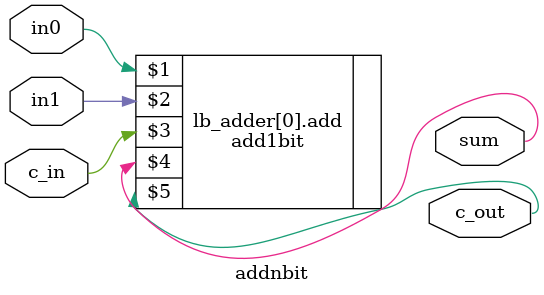
<source format=v>
module addnbit (in0,in1,c_in,sum,c_out);
	parameter N = 1;
	
	genvar k;
	input [N-1:0] in0;
	input [N-1:0] in1;
	input [N-1:0] c_in;
	output [N-1:0] sum;
	output [N-1:0] c_out;
	
	generate for (k = 0; k < N; k = k + 1)
		begin : lb_adder
		add1bit add (in0[k],in1[k],c_in[k],sum[k],c_out[k]);
		end
	endgenerate
	
endmodule
</source>
